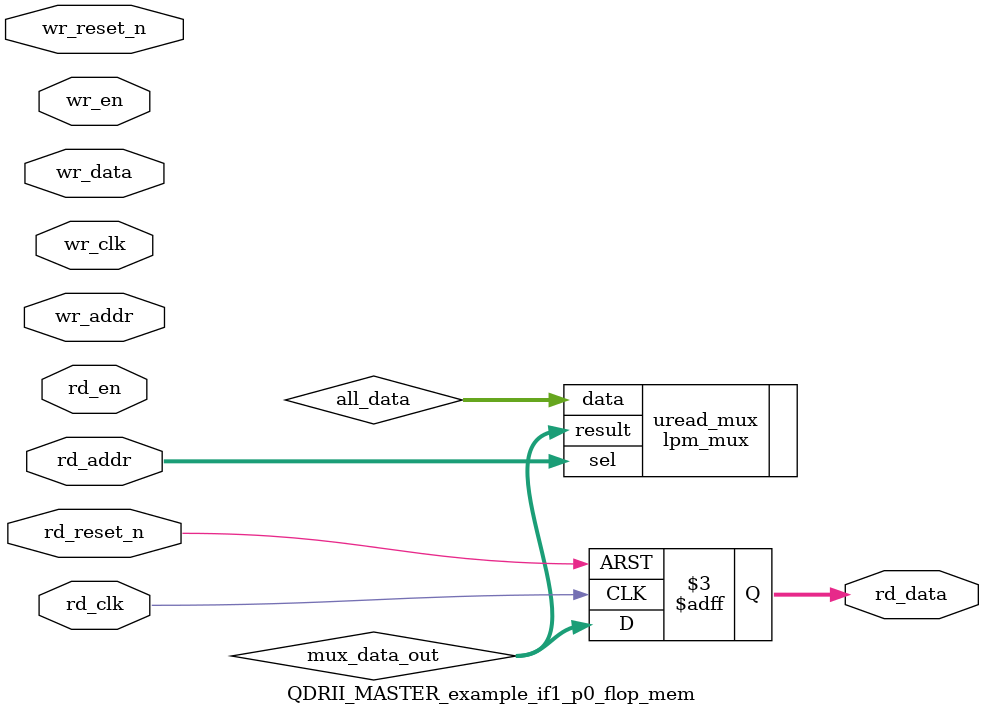
<source format=v>



`timescale 1 ps / 1 ps

(* altera_attribute = "-name ALLOW_SYNCH_CTRL_USAGE ON;-name AUTO_CLOCK_ENABLE_RECOGNITION ON" *)
module QDRII_MASTER_example_if1_p0_flop_mem(
	wr_reset_n,
	wr_clk,
	wr_en,
	wr_addr,
	wr_data,
	rd_reset_n,
	rd_clk,
	rd_en,
	rd_addr,
	rd_data
);

parameter WRITE_MEM_DEPTH	= "";
parameter WRITE_ADDR_WIDTH	= "";
parameter WRITE_DATA_WIDTH	= "";
parameter READ_MEM_DEPTH	= "";
parameter READ_ADDR_WIDTH	= "";		 
parameter READ_DATA_WIDTH	= "";


input	wr_reset_n;
input	wr_clk;
input	wr_en;
input	[WRITE_ADDR_WIDTH-1:0] wr_addr;
input	[WRITE_DATA_WIDTH-1:0] wr_data;
input	rd_reset_n;
input	rd_clk;
input	rd_en;
input	[READ_ADDR_WIDTH-1:0] rd_addr;
output	[READ_DATA_WIDTH-1:0] rd_data;



wire	[WRITE_DATA_WIDTH*WRITE_MEM_DEPTH-1:0] all_data;
wire	[READ_DATA_WIDTH-1:0] mux_data_out;



// declare a memory with WRITE_MEM_DEPTH entries
// each entry contains a data size of WRITE_DATA_WIDTH
reg	[WRITE_DATA_WIDTH-1:0] data_stored [0:WRITE_MEM_DEPTH-1] /* synthesis syn_preserve = 1 */;
reg	[READ_DATA_WIDTH-1:0] rd_data;

generate
genvar entry;
	for (entry=0; entry < WRITE_MEM_DEPTH; entry=entry+1)
	begin: mem_location
		assign all_data[(WRITE_DATA_WIDTH*(entry+1)-1) : (WRITE_DATA_WIDTH*entry)] = data_stored[entry]; 
		
		always @(posedge wr_clk or negedge wr_reset_n)
		begin
			if (~wr_reset_n) begin
				data_stored[entry] <= {WRITE_DATA_WIDTH{1'b0}};
			end else begin
				if (wr_en) begin
					if (entry == wr_addr) begin
						data_stored[entry] <= wr_data;
					end
				end
			end
		end		
	end
endgenerate

// mux to select the correct output data based on read address
lpm_mux	uread_mux(
	.sel (rd_addr),
	.data (all_data),
	.result (mux_data_out)
	// synopsys translate_off
	,
	.aclr (),
	.clken (),
	.clock ()
	// synopsys translate_on
	);
 defparam uread_mux.lpm_size = READ_MEM_DEPTH;
 defparam uread_mux.lpm_type = "LPM_MUX";
 defparam uread_mux.lpm_width = READ_DATA_WIDTH;
 defparam uread_mux.lpm_widths = READ_ADDR_WIDTH;

always @(posedge rd_clk or negedge rd_reset_n)	
begin
	if (~rd_reset_n) begin
		rd_data <= {READ_DATA_WIDTH{1'b0}};
	end else begin
		rd_data <= mux_data_out;
	end
end

endmodule

</source>
